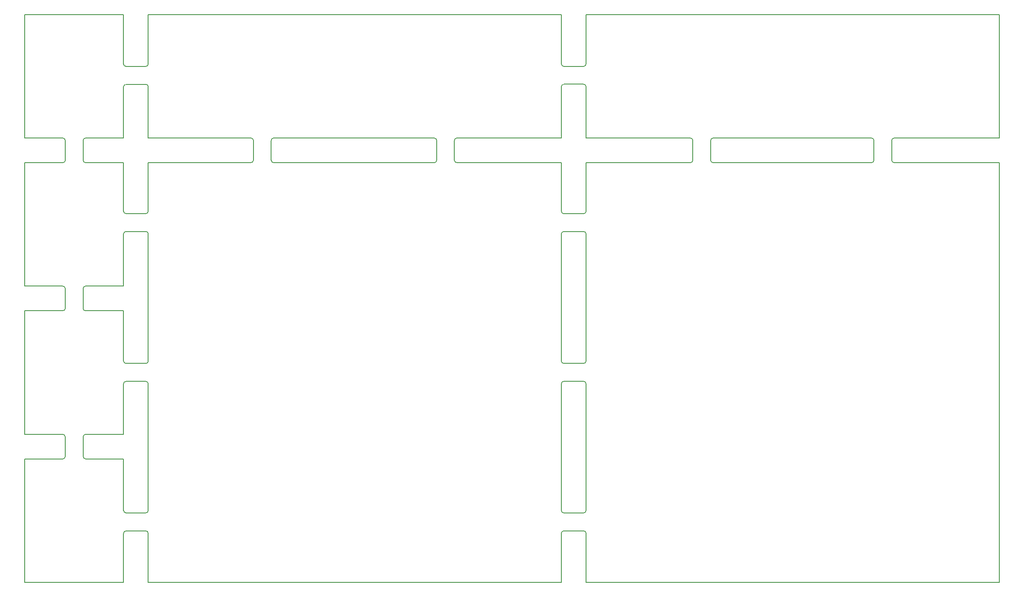
<source format=gm1>
G04*
G04 #@! TF.GenerationSoftware,Altium Limited,Altium Designer,24.9.1 (31)*
G04*
G04 Layer_Color=255*
%FSAX44Y44*%
%MOMM*%
G71*
G04*
G04 #@! TF.SameCoordinates,745B905A-5BD3-434C-A7EB-C02F30317D31*
G04*
G04*
G04 #@! TF.FilePolarity,Positive*
G04*
G01*
G75*
%ADD16C,0.1500*%
%ADD17C,0.1500*%
D16*
X04622299Y02750009D02*
X04622300Y02750009D01*
X05458451Y02750009D02*
G03*
X05458450Y02750009I00000000J00000001D01*
G01*
X04617220Y02645000D02*
G03*
X04622299Y02650080I00000000J00005080D01*
G01*
Y02603920D02*
G03*
X04617220Y02609000I-00005080J00000000D01*
G01*
X04577381D02*
G03*
X04572301Y02603920I00000000J-00005080D01*
G01*
X05246080Y02500004D02*
G03*
X05241000Y02494924I00000000J-00005080D01*
G01*
X05205000D02*
G03*
X05199920Y02500004I-00005080J00000000D01*
G01*
X04879480D02*
G03*
X04874400Y02494924I00000000J-00005080D01*
G01*
X04838400D02*
G03*
X04833320Y02500004I-00005080J00000000D01*
G01*
X04572301Y02650080D02*
G03*
X04577381Y02645000I00005080J00000000D01*
G01*
X03949000Y02494924D02*
G03*
X03943920Y02500004I-00005080J00000000D01*
G01*
X04320000Y02494924D02*
G03*
X04314920Y02500004I-00005080J00000000D01*
G01*
X04360880D02*
G03*
X04355800Y02494924I00000000J-00005080D01*
G01*
X03990080Y02500004D02*
G03*
X03985000Y02494924I00000000J-00005080D01*
G01*
X05199920Y02450005D02*
G03*
X05205000Y02455085I00000000J00005080D01*
G01*
X04874400D02*
G03*
X04879480Y02450005I00005080J00000000D01*
G01*
X04833320D02*
G03*
X04838400Y02455085I00000000J00005080D01*
G01*
X05241000Y02455085D02*
G03*
X05246080Y02450005I00005080J00000000D01*
G01*
X04617220Y02346600D02*
G03*
X04622299Y02351680I00000000J00005080D01*
G01*
Y02305720D02*
G03*
X04617220Y02310800I-00005080J00000000D01*
G01*
X04577381D02*
G03*
X04572301Y02305720I00000000J-00005080D01*
G01*
X04617220Y02043400D02*
G03*
X04622299Y02048480I00000000J00005080D01*
G01*
X04572301D02*
G03*
X04577381Y02043400I00005080J00000000D01*
G01*
X04622299Y02002320D02*
G03*
X04617220Y02007400I-00005080J00000000D01*
G01*
X04577381D02*
G03*
X04572301Y02002320I00000000J-00005080D01*
G01*
X04617220Y01740600D02*
G03*
X04622299Y01745680I00000000J00005080D01*
G01*
X04572301D02*
G03*
X04577381Y01740600I00005080J00000000D01*
G01*
X04622299Y01699520D02*
G03*
X04617220Y01704600I-00005080J00000000D01*
G01*
X05458452Y01599998D02*
G03*
X05458451Y01599999I00000000J00000001D01*
G01*
X05458450Y01599998D02*
G03*
X05458450Y01599999I00000000J00000001D01*
G01*
X04572301Y02351680D02*
G03*
X04577381Y02346600I00005080J00000000D01*
G01*
X04577381Y01704600D02*
G03*
X04572301Y01699520I00000000J-00005080D01*
G01*
X04355800Y02455085D02*
G03*
X04360880Y02450005I00005080J00000000D01*
G01*
X04314920Y02450006D02*
G03*
X04320000Y02455086I00000000J00005080D01*
G01*
X03985000D02*
G03*
X03990080Y02450006I00005080J00000000D01*
G01*
X03943920D02*
G03*
X03949000Y02455086I00000000J00005080D01*
G01*
X03731070Y02645000D02*
G03*
X03736150Y02650080I00000000J00005080D01*
G01*
X03686151D02*
G03*
X03691230Y02645000I00005080J00000000D01*
G01*
X03736150Y02603720D02*
G03*
X03731070Y02608800I-00005080J00000000D01*
G01*
X03691231D02*
G03*
X03686151Y02603720I00000000J-00005080D01*
G01*
X03609280Y02500000D02*
G03*
X03604200Y02494920I00000000J-00005080D01*
G01*
Y02455082D02*
G03*
X03609280Y02450002I00005080J00000000D01*
G01*
X03731070Y02346800D02*
G03*
X03736150Y02351880I00000000J00005080D01*
G01*
X03686151D02*
G03*
X03691231Y02346800I00005080J00000000D01*
G01*
X03691231Y02310800D02*
G03*
X03686151Y02305720I00000000J-00005080D01*
G01*
X03736150D02*
G03*
X03731070Y02310800I-00005080J00000000D01*
G01*
X03609280Y02200000D02*
G03*
X03604200Y02194920I00000000J-00005080D01*
G01*
Y02155081D02*
G03*
X03609280Y02150001I00005080J00000000D01*
G01*
X03686151Y02048480D02*
G03*
X03691231Y02043400I00005080J00000000D01*
G01*
X03731070D02*
G03*
X03736150Y02048480I00000000J00005080D01*
G01*
X03563120Y02450002D02*
G03*
X03568200Y02455082I00000000J00005080D01*
G01*
Y02494920D02*
G03*
X03563120Y02500000I-00005080J00000000D01*
G01*
X03568200Y02194920D02*
G03*
X03563120Y02200000I-00005080J00000000D01*
G01*
Y02150001D02*
G03*
X03568200Y02155081I00000000J00005080D01*
G01*
X03736150Y02002120D02*
G03*
X03731070Y02007200I-00005080J00000000D01*
G01*
Y01740800D02*
G03*
X03736150Y01745880I00000000J00005080D01*
G01*
Y01699320D02*
G03*
X03731070Y01704400I-00005080J00000000D01*
G01*
X03686151Y01745880D02*
G03*
X03691230Y01740800I00005080J00000000D01*
G01*
Y01704400D02*
G03*
X03686151Y01699320I00000000J-00005080D01*
G01*
X03691230Y02007200D02*
G03*
X03686151Y02002120I00000000J-00005080D01*
G01*
X03686151Y01599999D02*
X03686151Y01599999D01*
X03609480Y01899999D02*
G03*
X03604400Y01894919I00000000J-00005080D01*
G01*
Y01855081D02*
G03*
X03609480Y01850001I00005080J00000000D01*
G01*
X03562920Y01850001D02*
G03*
X03568000Y01855081I00000000J00005080D01*
G01*
Y01894919D02*
G03*
X03562920Y01899999I-00005080J00000000D01*
G01*
X04622300Y02750009D02*
X05458450D01*
X04622299Y02650080D02*
Y02750010D01*
X04577381Y02645000D02*
X04617220D01*
X05458451Y02500004D02*
Y02750009D01*
X04577381Y02609000D02*
X04617220D01*
X04622299Y02500004D02*
Y02603920D01*
X05246080Y02500004D02*
X05458451D01*
X05134875D02*
X05199920D01*
X04879480D02*
X05134875D01*
X04622299D02*
X04833320D01*
X05205000Y02455085D02*
Y02494924D01*
X04874400Y02455085D02*
Y02494924D01*
X04838400Y02455085D02*
Y02494924D01*
X04572301Y02500004D02*
Y02603920D01*
X04572301Y02650080D02*
Y02750010D01*
X04360880Y02500004D02*
X04572301D01*
X04271085D02*
X04314920D01*
X03736150D02*
X03943920D01*
X03990080D02*
X04271085D01*
X04320000Y02455086D02*
Y02494924D01*
X03985000Y02455086D02*
Y02494924D01*
X03949000Y02455086D02*
Y02494924D01*
X04355800Y02455085D02*
Y02494924D01*
X03736150Y02750010D02*
X04572301D01*
X05241000Y02455085D02*
Y02494924D01*
X04622299Y02450005D02*
X04833320D01*
X04879480D02*
X05199920D01*
X05246080Y02450005D02*
X05458451D01*
X04622299Y02351680D02*
Y02450005D01*
X04577381Y02346600D02*
X04617220D01*
X04577381Y02310800D02*
X04617220D01*
X04622299Y02048480D02*
Y02305720D01*
X04577381Y02043400D02*
X04617220D01*
X05458451Y01599999D02*
Y02450005D01*
X04577381Y02007400D02*
X04617220D01*
X04622299Y01745680D02*
Y02002320D01*
X04577381Y01740600D02*
X04617220D01*
X04577381Y01704600D02*
X04617220D01*
X04622299Y01599999D02*
Y01699520D01*
Y01599999D02*
X05458452D01*
X04572301Y01745680D02*
Y01997309D01*
Y02002320D01*
X04572301Y02048480D02*
Y02300650D01*
Y02305720D01*
X04572301Y02351680D02*
Y02450005D01*
X04572301Y01599999D02*
Y01699520D01*
X04360880Y02450005D02*
X04572301D01*
X03736150Y01599999D02*
X04572301D01*
X03990080Y02450006D02*
X04314920D01*
X03736150D02*
X03943920D01*
X03736150Y02650080D02*
Y02750010D01*
X03686151Y02650080D02*
Y02750002D01*
X03691230Y02645000D02*
X03731070D01*
X03691231Y02608800D02*
X03731070D01*
X03736150Y02500004D02*
Y02603720D01*
X03686151Y02500000D02*
Y02603720D01*
X03609280Y02500000D02*
X03686151D01*
X03609280Y02450002D02*
X03686151D01*
X03736150Y02351880D02*
Y02450006D01*
X03686151Y02351880D02*
Y02450002D01*
X03691231Y02346800D02*
X03731070D01*
X03691231Y02310800D02*
X03731070D01*
X03686151Y02297000D02*
Y02305720D01*
Y02200000D02*
Y02297000D01*
X03609280Y02200000D02*
X03686151D01*
X03736150Y02048480D02*
Y02305720D01*
X03609280Y02150001D02*
X03686151D01*
Y02048480D02*
Y02150001D01*
X03604200Y02455082D02*
Y02494920D01*
Y02155081D02*
Y02194920D01*
X03486149Y02750002D02*
X03686151D01*
X03568200Y02455082D02*
Y02494920D01*
Y02155081D02*
Y02194920D01*
X03486149Y02150001D02*
X03563120D01*
X03486149Y02200000D02*
X03563120D01*
X03486149Y02500000D02*
X03563120D01*
X03486149Y02450002D02*
X03563120D01*
X03486149Y02200000D02*
Y02450002D01*
Y02500000D02*
Y02750009D01*
X03736150Y01599999D02*
Y01699320D01*
Y01745880D02*
Y02002120D01*
X03691231Y02043400D02*
X03731070D01*
X03691230Y01704400D02*
X03731070D01*
X03691230Y01740800D02*
X03731070D01*
X03691230Y02007200D02*
X03731070D01*
X03686151Y01599999D02*
Y01599999D01*
X03686151Y01599999D02*
Y01699320D01*
Y01745880D02*
Y01850001D01*
X03686151Y01899999D02*
Y02002120D01*
X03609480Y01850001D02*
X03686151D01*
X03609480Y01899999D02*
X03686151D01*
X03604400Y01855081D02*
Y01894919D01*
X03486149Y01599999D02*
X03686151D01*
X03568000Y01855081D02*
Y01894919D01*
X03486149Y01899999D02*
X03562920D01*
X03486149Y01850001D02*
X03562920D01*
X03486149Y01599999D02*
Y01850001D01*
X03486149Y01899999D02*
Y02150001D01*
D17*
D03*
Y01899999D02*
D03*
Y01599999D02*
D03*
M02*

</source>
